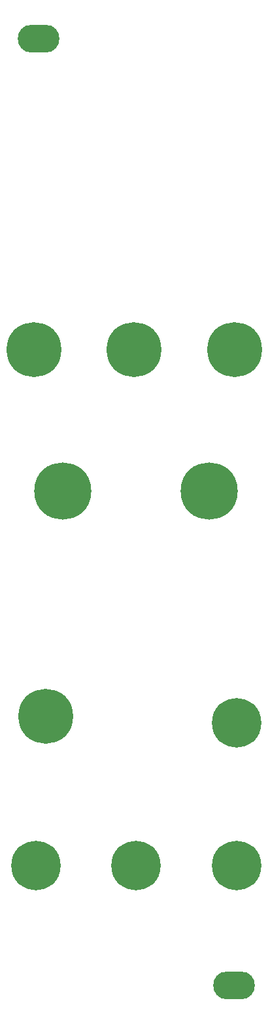
<source format=gbr>
%TF.GenerationSoftware,KiCad,Pcbnew,(5.99.0-12348-g4b436fb86d)*%
%TF.CreationDate,2021-09-19T12:14:32+01:00*%
%TF.ProjectId,Panel,50616e65-6c2e-46b6-9963-61645f706362,rev?*%
%TF.SameCoordinates,Original*%
%TF.FileFunction,Soldermask,Top*%
%TF.FilePolarity,Negative*%
%FSLAX46Y46*%
G04 Gerber Fmt 4.6, Leading zero omitted, Abs format (unit mm)*
G04 Created by KiCad (PCBNEW (5.99.0-12348-g4b436fb86d)) date 2021-09-19 12:14:32*
%MOMM*%
%LPD*%
G01*
G04 APERTURE LIST*
%ADD10O,5.400000X3.600000*%
%ADD11C,7.100000*%
%ADD12C,6.400000*%
%ADD13C,7.400000*%
G04 APERTURE END LIST*
D10*
%TO.C,Ref\u002A\u002A*%
X110400000Y-43000000D03*
%TD*%
%TO.C,Ref\u002A\u002A*%
X135700000Y-165500000D03*
%TD*%
D11*
%TO.C,ActionButton*%
X111300000Y-130700000D03*
%TD*%
%TO.C,Ref\u002A\u002A*%
X109750000Y-83250000D03*
%TD*%
%TO.C,Ref\u002A\u002A*%
X122750000Y-83250000D03*
%TD*%
%TO.C,Ref\u002A\u002A*%
X135750000Y-83250000D03*
%TD*%
D12*
%TO.C,Ref\u002A\u002A*%
X136000000Y-150000000D03*
%TD*%
%TO.C,Ref\u002A\u002A*%
X136000000Y-131500000D03*
%TD*%
%TO.C,Ref\u002A\u002A*%
X123000000Y-150000000D03*
%TD*%
D13*
%TO.C,Ref\u002A\u002A*%
X132500000Y-101500000D03*
%TD*%
D12*
%TO.C,Ref\u002A\u002A*%
X110000000Y-150000000D03*
%TD*%
D13*
%TO.C,Ref\u002A\u002A*%
X113500000Y-101500000D03*
%TD*%
M02*

</source>
